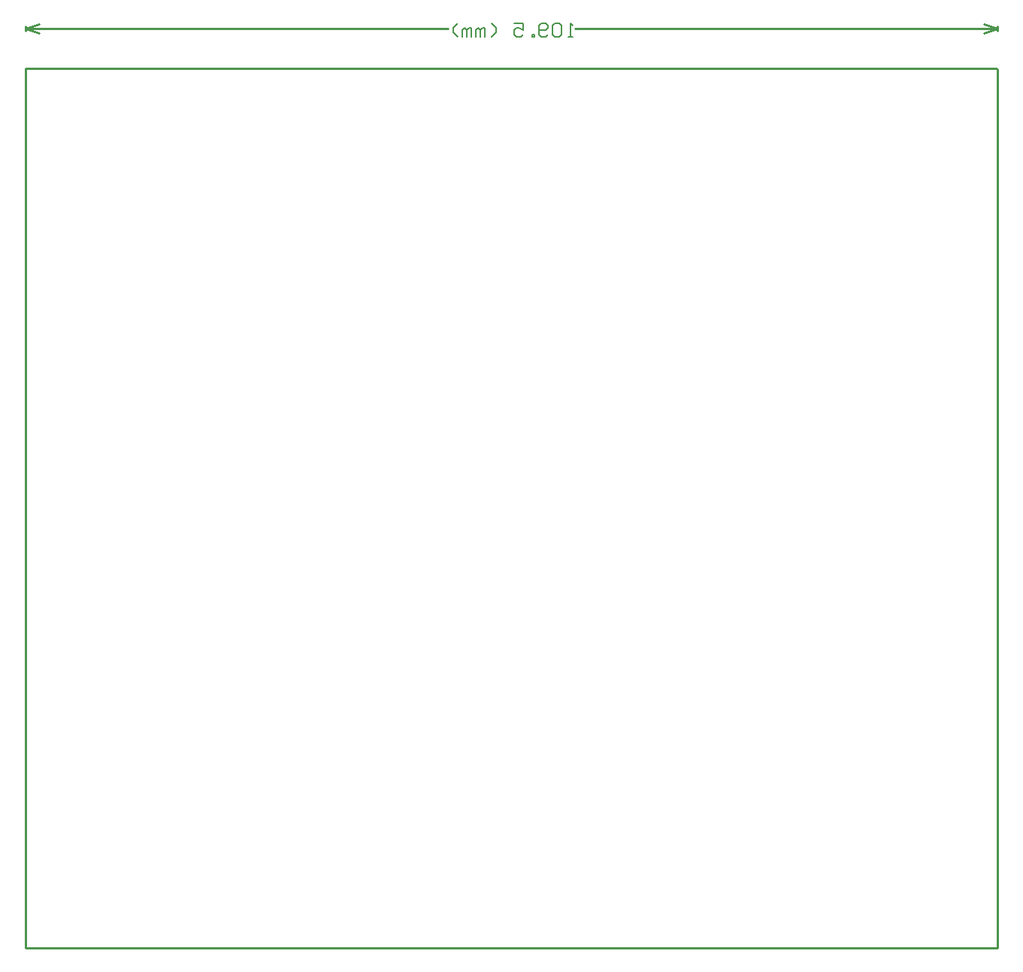
<source format=gm1>
%FSLAX25Y25*%
%MOIN*%
G70*
G01*
G75*
G04 Layer_Color=16711935*
%ADD10C,0.03937*%
%ADD11C,0.01969*%
%ADD12C,0.01000*%
%ADD13C,0.00600*%
%ADD14R,0.71600X0.39300*%
%ADD15C,0.07874*%
%ADD16O,0.03937X0.09843*%
%ADD17O,0.12000X0.08000*%
%ADD18C,0.19685*%
%ADD19C,0.11811*%
%ADD20R,0.13780X0.07874*%
%ADD21O,0.13780X0.07874*%
%ADD22O,0.07874X0.13780*%
%ADD23R,0.07874X0.13780*%
%ADD24O,0.13780X0.09000*%
%ADD25R,0.13780X0.09000*%
%ADD26C,0.15748*%
%ADD27R,0.06299X0.06299*%
%ADD28O,0.15748X0.06299*%
%ADD29C,0.06299*%
%ADD30R,0.11811X0.06693*%
%ADD31O,0.11811X0.06693*%
%ADD32R,0.09000X0.09000*%
%ADD33O,0.09000X0.13780*%
%ADD34C,0.09843*%
%ADD35R,0.09843X0.09843*%
%ADD36R,0.07874X0.07874*%
%ADD37C,0.05000*%
%ADD38C,0.07874*%
%ADD39R,0.05906X0.15748*%
%ADD40R,0.09843X0.15748*%
%ADD41R,0.04843X0.15748*%
%ADD42R,0.03937X0.15748*%
%ADD43R,0.16500X0.42717*%
%ADD44R,0.12992X0.36319*%
%ADD45R,0.17126X0.19390*%
%ADD46R,0.25098X0.19882*%
%ADD47R,0.31004X0.11614*%
%ADD48R,0.21654X0.12795*%
%ADD49R,0.34547X0.18898*%
%ADD50R,0.15650X0.24902*%
%ADD51R,0.15650X0.15453*%
%ADD52R,0.16043X0.15157*%
%ADD53R,0.19095X0.15650*%
%ADD54C,0.00787*%
%ADD55C,0.00500*%
%ADD56C,0.01575*%
%ADD57C,0.00591*%
%ADD58R,0.02756X0.09547*%
%ADD59R,0.08000X0.08000*%
%ADD60R,0.02732X0.10630*%
%ADD61R,0.10000X0.03000*%
%ADD62R,0.10728X0.02925*%
%ADD63R,0.01575X0.08740*%
%ADD64R,0.01535X0.06890*%
%ADD65R,0.10000X0.01457*%
%ADD66R,0.03150X0.11024*%
%ADD67C,0.08674*%
%ADD68O,0.04737X0.10642*%
%ADD69O,0.12800X0.08800*%
%ADD70C,0.20485*%
%ADD71C,0.12611*%
%ADD72R,0.14579X0.08674*%
%ADD73O,0.14579X0.08674*%
%ADD74O,0.08674X0.14579*%
%ADD75R,0.08674X0.14579*%
%ADD76O,0.14579X0.09800*%
%ADD77R,0.14579X0.09800*%
%ADD78C,0.16548*%
%ADD79R,0.07099X0.07099*%
%ADD80O,0.16548X0.07099*%
%ADD81C,0.07099*%
%ADD82R,0.12611X0.07493*%
%ADD83O,0.12611X0.07493*%
%ADD84R,0.09800X0.09800*%
%ADD85O,0.09800X0.14579*%
%ADD86C,0.10642*%
%ADD87R,0.10642X0.10642*%
%ADD88R,0.08674X0.08674*%
D12*
X540223Y488189D02*
X530774D01*
X540616Y487795D02*
X540223Y488189D01*
X540616Y472441D02*
Y487795D01*
Y98425D02*
Y472441D01*
X530774Y488189D02*
X109514D01*
Y98425D02*
Y488189D01*
X540616Y98425D02*
X109514D01*
Y504906D02*
Y506906D01*
X540616Y504906D02*
Y506906D01*
X115514Y503905D02*
X109514Y505905D01*
X115514Y507905D02*
X109514Y505905D01*
X540616D02*
X534616Y503905D01*
X540616Y505905D02*
X534616Y507905D01*
X296974Y505905D02*
X109514D01*
X540616D02*
X353157D01*
D13*
X352157Y502307D02*
X350157D01*
X351157D01*
Y508305D01*
X352157Y507305D01*
X347158D02*
X346159Y508305D01*
X344159D01*
X343160Y507305D01*
Y503306D01*
X344159Y502307D01*
X346159D01*
X347158Y503306D01*
Y507305D01*
X341160Y503306D02*
X340160Y502307D01*
X338161D01*
X337161Y503306D01*
Y507305D01*
X338161Y508305D01*
X340160D01*
X341160Y507305D01*
Y506305D01*
X340160Y505305D01*
X337161D01*
X335162Y502307D02*
Y503306D01*
X334162D01*
Y502307D01*
X335162D01*
X326165Y508305D02*
X330164D01*
Y505305D01*
X328164Y506305D01*
X327165D01*
X326165Y505305D01*
Y503306D01*
X327165Y502307D01*
X329164D01*
X330164Y503306D01*
X316168Y502307D02*
X318168Y504306D01*
Y506305D01*
X316168Y508305D01*
X313169Y502307D02*
Y506305D01*
X312170D01*
X311170Y505305D01*
Y502307D01*
Y505305D01*
X310170Y506305D01*
X309171Y505305D01*
Y502307D01*
X307171D02*
Y506305D01*
X306171D01*
X305172Y505305D01*
Y502307D01*
Y505305D01*
X304172Y506305D01*
X303172Y505305D01*
Y502307D01*
X301173D02*
X299174Y504306D01*
Y506305D01*
X301173Y508305D01*
M02*

</source>
